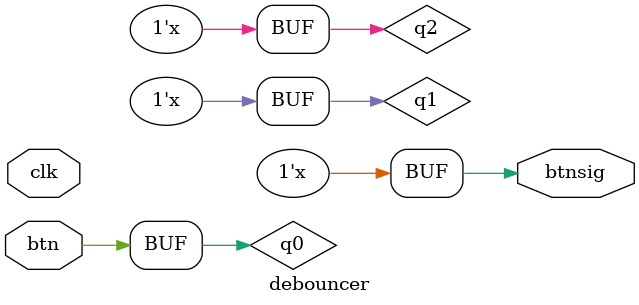
<source format=v>
`timescale 1ns / 1ps


module debouncer(
    input btn,
    input clk,
    output wire btnsig
    );
    
    reg q0, q1, q2;
    
    always @(clk)begin
        q0 <= btn;
        q1 <= q0;
        q2 <= q1;
    end
    
    assign btnsig = q2;
        
    
endmodule

</source>
